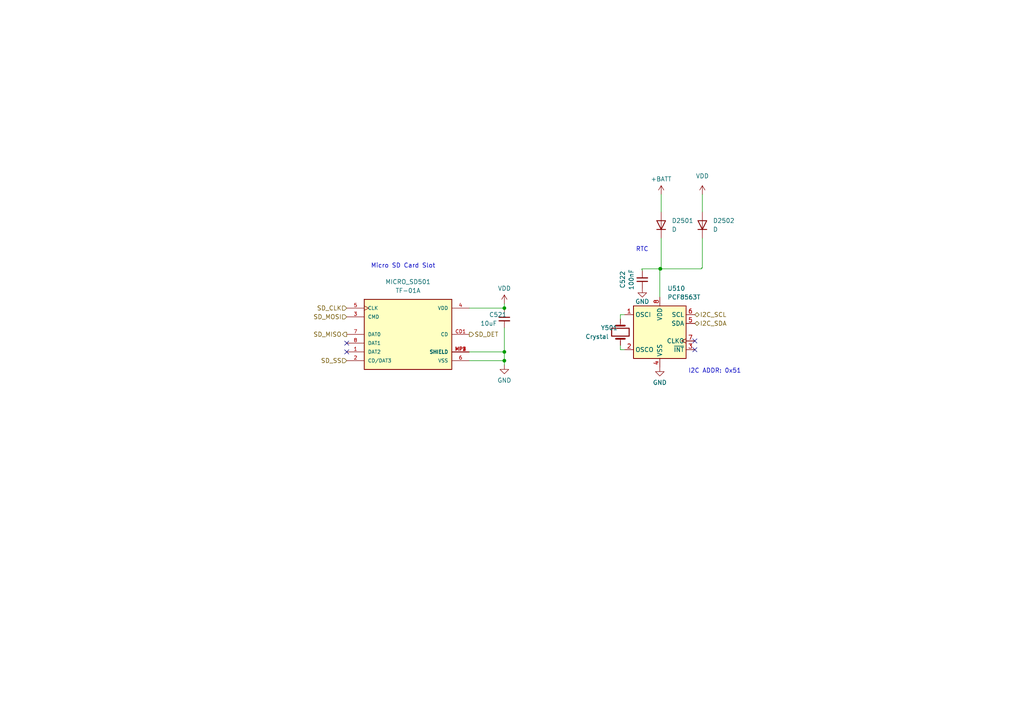
<source format=kicad_sch>
(kicad_sch (version 20231120) (generator "eeschema") (generator_version "8.0")
  (paper "A4")
  (lib_symbols
    (symbol "Device:C_Small" (pin_numbers hide) (pin_names (offset 0.254) hide)
      (property "Reference" "C" (at 0.254 1.778 0))
      (property "Value" "C_Small" (at 0.254 -2.032 0))
      (symbol "C_Small_0_1"
        (polyline (pts (xy -1.524 -0.508) (xy 1.524 -0.508)) (stroke (width 0.3302)))
        (polyline (pts (xy -1.524 0.508) (xy 1.524 0.508)) (stroke (width 0.3048)))
      )
      (symbol "C_Small_1_1"
        (pin passive line (at 0 2.54 270) (length 2.032) (name "~") (number "1"))
        (pin passive line (at 0 -2.54 90) (length 2.032) (name "~") (number "2"))
      )
    )
    (symbol "Device:Crystal" (pin_numbers hide) (pin_names (offset 1.016) hide)
      (property "Reference" "Y" (at 0 3.81 0))
      (property "Value" "Crystal" (at 0 -3.81 0))
      (symbol "Crystal_0_1"
        (rectangle (start -1.143 2.54) (end 1.143 -2.54) (stroke (width 0.3048)))
        (polyline (pts (xy -2.54 0) (xy -1.905 0)))
        (polyline (pts (xy -1.905 -1.27) (xy -1.905 1.27)) (stroke (width 0.508)))
        (polyline (pts (xy 1.905 -1.27) (xy 1.905 1.27)) (stroke (width 0.508)))
        (polyline (pts (xy 2.54 0) (xy 1.905 0)))
      )
      (symbol "Crystal_1_1"
        (pin passive line (at -3.81 0 0) (length 1.27) (name "1") (number "1"))
        (pin passive line (at 3.81 0 180) (length 1.27) (name "2") (number "2"))
      )
    )
    (symbol "Device:D" (pin_numbers hide) (pin_names (offset 1.016) hide)
      (property "Reference" "D" (at 0 2.54 0))
      (property "Value" "D" (at 0 -2.54 0))
      (symbol "D_0_1"
        (polyline (pts (xy -1.27 1.27) (xy -1.27 -1.27)) (stroke (width 0.254)))
        (polyline (pts (xy 1.27 0) (xy -1.27 0)))
        (polyline (pts (xy 1.27 1.27) (xy 1.27 -1.27) (xy -1.27 0) (xy 1.27 1.27)) (stroke (width 0.254)))
      )
      (symbol "D_1_1"
        (pin passive line (at -3.81 0 0) (length 2.54) (name "K") (number "1"))
        (pin passive line (at 3.81 0 180) (length 2.54) (name "A") (number "2"))
      )
    )
    (symbol "Timer_RTC:PCF8563T"
      (property "Reference" "U" (at -7.62 8.89 0))
      (property "Value" "PCF8563T" (at 2.54 8.89 0))
      (symbol "PCF8563T_0_1"
        (rectangle (start -7.62 7.62) (end 7.62 -7.62) (stroke (width 0.254)) (fill (type background)))
      )
      (symbol "PCF8563T_1_1"
        (pin input line (at -10.16 5.08 0) (length 2.54) (name "OSCI") (number "1"))
        (pin output line (at -10.16 -5.08 0) (length 2.54) (name "OSCO") (number "2"))
        (pin output line (at 10.16 -5.08 180) (length 2.54) (name "~{INT}") (number "3"))
        (pin power_in line (at 0 -10.16 90) (length 2.54) (name "VSS") (number "4"))
        (pin bidirectional line (at 10.16 2.54 180) (length 2.54) (name "SDA") (number "5"))
        (pin input line (at 10.16 5.08 180) (length 2.54) (name "SCL") (number "6"))
        (pin output clock (at 10.16 -2.54 180) (length 2.54) (name "CLKO") (number "7"))
        (pin power_in line (at 0 10.16 270) (length 2.54) (name "VDD") (number "8"))
      )
    )
    (symbol "VDD_1" (power) (pin_numbers hide) (pin_names (offset 0) hide)
      (property "Value" "VDD" (at 0 3.556 0))
      (symbol "VDD_1_0_1"
        (polyline (pts (xy -0.762 1.27) (xy 0 2.54)))
        (polyline (pts (xy 0 0) (xy 0 2.54)))
        (polyline (pts (xy 0 2.54) (xy 0.762 1.27)))
      )
      (symbol "VDD_1_1_1"
        (pin power_in line (at 0 0 90) (length 0) (name "~") (number "1"))
      )
    )
    (symbol "WOBCLibrary:TF-01A" (pin_names (offset 1.016))
      (property "Reference" "MICRO_SD" (at -12.7 10.795 0))
      (property "Value" "TF-01A" (at -12.7 -12.7 0))
      (symbol "TF-01A_0_0"
        (rectangle (start -12.7 -10.16) (end 12.7 10.16) (stroke (width 0.254)) (fill (type background)))
        (pin bidirectional line (at -17.78 -5.08 0) (length 5.08) (name "DAT2") (number "1"))
        (pin bidirectional line (at -17.78 -7.62 0) (length 5.08) (name "CD/DAT3") (number "2"))
        (pin bidirectional line (at -17.78 5.08 0) (length 5.08) (name "CMD") (number "3"))
        (pin power_in line (at 17.78 7.62 180) (length 5.08) (name "VDD") (number "4"))
        (pin bidirectional clock (at -17.78 7.62 0) (length 5.08) (name "CLK") (number "5"))
        (pin power_in line (at 17.78 -7.62 180) (length 5.08) (name "VSS") (number "6"))
        (pin bidirectional line (at -17.78 0 0) (length 5.08) (name "DAT0") (number "7"))
        (pin bidirectional line (at -17.78 -2.54 0) (length 5.08) (name "DAT1") (number "8"))
        (pin passive line (at 17.78 0 180) (length 5.08) (name "CD") (number "CD1"))
        (pin power_in line (at 17.78 -5.08 180) (length 5.08) (name "SHIELD") (number "MP1"))
        (pin power_in line (at 17.78 -5.08 180) (length 5.08) (name "SHIELD") (number "MP2"))
        (pin power_in line (at 17.78 -5.08 180) (length 5.08) (name "SHIELD") (number "MP3"))
        (pin power_in line (at 17.78 -5.08 180) (length 5.08) (name "SHIELD") (number "MP4"))
      )
    )
    (symbol "power:+BATT" (power) (pin_names (offset 0))
      (property "Value" "+BATT" (at 0 3.556 0))
      (symbol "+BATT_0_1"
        (polyline (pts (xy -0.762 1.27) (xy 0 2.54)))
        (polyline (pts (xy 0 0) (xy 0 2.54)))
        (polyline (pts (xy 0 2.54) (xy 0.762 1.27)))
      )
      (symbol "+BATT_1_1"
        (pin power_in line (at 0 0 90) (length 0) hide (name "+BATT") (number "1"))
      )
    )
    (symbol "power:GND" (power) (pin_names (offset 0))
      (property "Value" "GND" (at 0 -3.81 0))
      (symbol "GND_0_1"
        (polyline (pts (xy 0 0) (xy 0 -1.27) (xy 1.27 -1.27) (xy 0 -2.54) (xy -1.27 -1.27) (xy 0 -1.27)))
      )
      (symbol "GND_1_1"
        (pin power_in line (at 0 0 270) (length 0) hide (name "GND") (number "1"))
      )
    )
    (symbol "power:VDD" (power) (pin_names (offset 0))
      (property "Value" "VDD" (at 0 3.81 0))
      (symbol "VDD_0_1"
        (polyline (pts (xy -0.762 1.27) (xy 0 2.54)))
        (polyline (pts (xy 0 0) (xy 0 2.54)))
        (polyline (pts (xy 0 2.54) (xy 0.762 1.27)))
      )
      (symbol "VDD_1_1"
        (pin power_in line (at 0 0 90) (length 0) hide (name "VDD") (number "1"))
      )
    )
  )
  (junction (at 146.2842 89.3664))
  (junction (at 191.516 77.9364))
  (junction (at 146.2842 102.0664))
  (junction (at 191.516 77.978))
  (junction (at 146.2842 104.6064))
  (no_connect (at 201.5292 101.4314))
  (no_connect (at 201.5292 98.8914))
  (no_connect (at 100.5642 102.0664))
  (no_connect (at 100.5642 99.5264))
  (wire (pts (xy 146.2842 95.0814) (xy 146.2842 102.0664)))
  (wire (pts (xy 136.1242 104.6064) (xy 146.2842 104.6064)))
  (wire (pts (xy 179.9392 92.5414) (xy 179.9392 91.2714)))
  (wire (pts (xy 179.9392 100.1614) (xy 179.9392 101.4314)))
  (wire (pts (xy 203.708 56.388) (xy 203.708 61.468)))
  (wire (pts (xy 191.3692 77.9364) (xy 191.3692 86.1914)))
  (wire (pts (xy 203.708 77.724) (xy 203.708 69.088)))
  (wire (pts (xy 186.182 77.978) (xy 191.516 77.978)))
  (wire (pts (xy 191.516 77.978) (xy 191.516 77.9364)))
  (wire (pts (xy 136.1242 89.3664) (xy 146.2842 89.3664)))
  (wire (pts (xy 179.9392 91.2714) (xy 181.2092 91.2714)))
  (wire (pts (xy 146.2842 104.6064) (xy 146.2842 105.8764)))
  (wire (pts (xy 203.454 77.724) (xy 203.454 77.978)))
  (wire (pts (xy 191.77 69.088) (xy 191.77 77.9364)))
  (wire (pts (xy 191.516 77.9364) (xy 191.3692 77.9364)))
  (wire (pts (xy 186.182 78.232) (xy 186.182 77.978)))
  (wire (pts (xy 191.77 56.388) (xy 191.77 61.468)))
  (wire (pts (xy 146.2842 102.0664) (xy 146.2842 104.6064)))
  (wire (pts (xy 203.454 77.978) (xy 191.516 77.978)))
  (wire (pts (xy 186.2892 78.232) (xy 186.2892 78.5714)))
  (wire (pts (xy 179.9392 101.4314) (xy 181.2092 101.4314)))
  (wire (pts (xy 191.77 77.9364) (xy 191.516 77.9364)))
  (wire (pts (xy 136.1242 102.0664) (xy 146.2842 102.0664)))
  (wire (pts (xy 186.182 78.232) (xy 186.2892 78.232)))
  (wire (pts (xy 146.2842 88.0964) (xy 146.2842 89.3664)))
  (wire (pts (xy 203.454 77.724) (xy 203.708 77.724)))
  (wire (pts (xy 146.2842 89.3664) (xy 146.2842 90.0014)))
  (text "I2C ADDR: 0x51" (at 199.6242 108.4164 0) (effects (font (size 1.27 1.27)) (justify left bottom)))
  (text "RTC" (at 184.404 73.152 0) (effects (font (size 1.27 1.27)) (justify left bottom)))
  (text "Micro SD Card Slot" (at 107.5492 77.9364 0) (effects (font (size 1.27 1.27)) (justify left bottom)))
  (hierarchical_label "I2C_SCL" (shape bidirectional) (at 201.5292 91.2714 0))
  (hierarchical_label "I2C_SDA" (shape bidirectional) (at 201.5292 93.8114 0))
  (hierarchical_label "SD_MOSI" (shape input) (at 100.5642 91.9064 180))
  (hierarchical_label "SD_SS" (shape input) (at 100.5642 104.6064 180))
  (hierarchical_label "SD_CLK" (shape input) (at 100.5642 89.3664 180))
  (hierarchical_label "SD_DET" (shape output) (at 136.1242 96.9864 0))
  (hierarchical_label "SD_MISO" (shape output) (at 100.5642 96.9864 180))
  (symbol (lib_id "power:VDD") (at 146.2842 88.0964 0) (unit 1)
    (property "Reference" "#PWR0561" (effects (hide yes)))
    (property "Value" "VDD" (at 146.2842 83.6514 0))
    (instances (project "MissionBus" (path "" (reference "#PWR0561") (unit 1))) (project "MissionBus" (path "" (reference "#PWR02501") (unit 1))))
  )
  (symbol (lib_id "power:GND") (at 191.3692 106.5114 0) (unit 1)
    (property "Reference" "#PWR0565" (effects (hide yes)))
    (property "Value" "GND" (at 191.3692 110.9564 0))
    (instances (project "MissionBus" (path "" (reference "#PWR0565") (unit 1))) (project "MissionBus" (path "" (reference "#PWR02504") (unit 1))))
  )
  (symbol (lib_id "WOBCLibrary:TF-01A") (at 118.3442 96.9864 0) (unit 1)
    (property "Reference" "MICRO_SD501" (at 118.3442 81.7464 0))
    (property "Value" "TF-01A" (at 118.3442 84.2864 0))
    (property "Footprint" "WOBCLibrary:TF-01A" (effects (hide yes)))
    (property "Description" "Standard Card Edge Connectors" (effects (hide yes)))
    (property "MF" "HRO Electronics Co., Ltd." (effects (hide yes)))
    (property "Package" "Package" (effects (hide yes)))
    (property "Price" "None" (effects (hide yes)))
    (property "SnapEDA_Link" "https://www.snapeda.com/parts/TF-01A/HRO+Electronics+Co.%252C+Ltd./view-part/?ref=snap" (effects (hide yes)))
    (property "MP" "TF-01A" (effects (hide yes)))
    (property "Availability" "Not in stock" (effects (hide yes)))
    (property "Check_prices" "https://www.snapeda.com/parts/TF-01A/HRO+Electronics+Co.%252C+Ltd./view-part/?ref=eda" (effects (hide yes)))
    (property "LCSC" "C5155563" (effects (hide yes)))
    (instances (project "MissionBus" (path "" (reference "MICRO_SD501") (unit 1))) (project "MissionBus" (path "" (reference "MICRO_SD2501") (unit 1))))
  )
  (symbol (lib_id "Device:C_Small") (at 146.2842 92.5414 0) (unit 1)
    (property "Reference" "C521" (at 141.8392 91.2714 0) (effects (justify left)))
    (property "Value" "10uF" (at 139.2992 93.8114 0) (effects (justify left)))
    (property "Footprint" "Capacitor_SMD:C_0603_1608Metric" (effects (hide yes)))
    (property "LCSC" "C96446" (effects (hide yes)))
    (instances (project "MissionBus" (path "" (reference "C521") (unit 1))) (project "MissionBus" (path "" (reference "C2501") (unit 1))))
  )
  (symbol (lib_id "Timer_RTC:PCF8563T") (at 191.3692 96.3514 0) (unit 1)
    (property "Reference" "U510" (at 193.5633 83.6514 0) (effects (justify left)))
    (property "Value" "PCF8563T" (at 193.5633 86.1914 0) (effects (justify left)))
    (property "Footprint" "Package_SO:SOIC-8_3.9x4.9mm_P1.27mm" (effects (hide yes)))
    (property "Datasheet" "https://www.nxp.com/docs/en/data-sheet/PCF8563.pdf" (effects (hide yes)))
    (property "LCSC" "C7440" (effects (hide yes)))
    (instances (project "MissionBus" (path "" (reference "U510") (unit 1))) (project "MissionBus" (path "" (reference "U2501") (unit 1))))
  )
  (symbol (lib_name "VDD_1") (lib_id "power:VDD") (at 203.708 56.388 0) (unit 1)
    (property "Reference" "#PWR02506" (effects (hide yes)))
    (property "Value" "VDD" (at 203.708 51.054 0))
    (property "Description" "Power symbol creates a global label with name \"VDD\"" (effects (hide yes)))
  )
  (symbol (lib_id "Device:D") (at 203.708 65.278 90) (unit 1)
    (property "Reference" "D2502" (at 206.756 64.0079 90) (effects (justify right)))
    (property "Value" "D" (at 206.756 66.5479 90) (effects (justify right)))
    (property "Footprint" "Diode_SMD:D_SOD-323" (effects (hide yes)))
    (property "Description" "Diode" (effects (hide yes)))
    (property "Sim.Device" "D" (effects (hide yes)))
    (property "Sim.Pins" "1=K 2=A" (effects (hide yes)))
    (property "LCSC" "C191023" (effects (hide yes)))
  )
  (symbol (lib_id "Device:D") (at 191.77 65.278 90) (unit 1)
    (property "Reference" "D2501" (at 194.818 64.0079 90) (effects (justify right)))
    (property "Value" "D" (at 194.818 66.5479 90) (effects (justify right)))
    (property "Footprint" "Diode_SMD:D_SOD-323" (effects (hide yes)))
    (property "Description" "Diode" (effects (hide yes)))
    (property "Sim.Device" "D" (effects (hide yes)))
    (property "Sim.Pins" "1=K 2=A" (effects (hide yes)))
    (property "LCSC" "C191023" (effects (hide yes)))
  )
  (symbol (lib_id "power:+BATT") (at 191.77 56.388 0) (unit 1)
    (property "Reference" "#PWR02505" (effects (hide yes)))
    (property "Value" "+BATT" (at 191.77 51.943 0))
  )
  (symbol (lib_id "Device:Crystal") (at 179.9392 96.3514 270) (unit 1)
    (property "Reference" "Y501" (at 174.2242 95.0814 90) (effects (justify left)))
    (property "Value" "Crystal" (at 169.7792 97.6214 90) (effects (justify left)))
    (property "Footprint" "Crystal:Crystal_SMD_3215-2Pin_3.2x1.5mm" (effects (hide yes)))
    (property "LCSC" "C32346" (effects (hide yes)))
    (instances (project "MissionBus" (path "" (reference "Y501") (unit 1))) (project "MissionBus" (path "" (reference "Y2501") (unit 1))))
  )
  (symbol (lib_id "Device:C_Small") (at 186.2892 81.1114 180) (unit 1)
    (property "Reference" "C522" (at 180.5742 81.1114 90))
    (property "Value" "100nF" (at 183.1142 81.1114 90))
    (property "Footprint" "Capacitor_SMD:C_0402_1005Metric" (effects (hide yes)))
    (property "LCSC" "C1525" (effects (hide yes)))
    (instances (project "MissionBus" (path "" (reference "C522") (unit 1))) (project "MissionBus" (path "" (reference "C2502") (unit 1))))
  )
  (symbol (lib_id "power:GND") (at 186.2892 83.6514 0) (unit 1)
    (property "Reference" "#PWR0563" (effects (hide yes)))
    (property "Value" "GND" (at 186.2892 87.4614 0))
    (instances (project "MissionBus" (path "" (reference "#PWR0563") (unit 1))) (project "MissionBus" (path "" (reference "#PWR02503") (unit 1))))
  )
  (symbol (lib_id "power:GND") (at 146.2842 105.8764 0) (unit 1)
    (property "Reference" "#PWR0562" (effects (hide yes)))
    (property "Value" "GND" (at 146.2842 110.3214 0))
    (instances (project "MissionBus" (path "" (reference "#PWR0562") (unit 1))) (project "MissionBus" (path "" (reference "#PWR02502") (unit 1))))
  )
)
</source>
